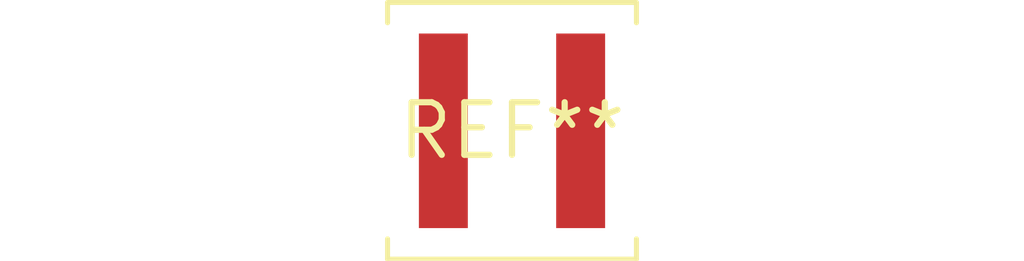
<source format=kicad_pcb>
(kicad_pcb (version 20240108) (generator pcbnew)
  (layers (0 "F.Cu" signal) (31 "B.Cu" signal) (34 "B.Paste" user) (35 "F.Paste" user) (36 "B.SilkS" user "B.Silkscreen") (37 "F.SilkS" user "F.Silkscreen") (38 "B.Mask" user) (39 "F.Mask" user) (44 "Edge.Cuts" user))
  (net 0 "")
  (footprint "L_Coilcraft_XAL5050-XXX" (layer "F.Cu") (at 0 0)
    (property "Reference" "REF**")
    (property "Value" "L_Coilcraft_XAL5050-XXX")
    (fp_line (start -3 -3.1) (end -3 -2.61) (layer "F.SilkS") (stroke (width 0.12)))
    (fp_line (start -3 -3.1) (end 3 -3.1) (layer "F.SilkS") (stroke (width 0.12)))
    (fp_line (start -3 3.1) (end -3 2.61) (layer "F.SilkS") (stroke (width 0.12)))
    (fp_line (start -3 3.1) (end 3 3.1) (layer "F.SilkS") (stroke (width 0.12)))
    (fp_line (start 3 -3.1) (end 3 -2.61) (layer "F.SilkS") (stroke (width 0.12)))
    (fp_line (start 3 3.1) (end 3 2.61) (layer "F.SilkS") (stroke (width 0.12)))
    (pad "1" smd rect (at -1.655 0) (size 1.18 4.7) (layers "F.Cu" "F.Paste" "F.Mask"))
    (pad "2" smd rect (at 1.655 0) (size 1.18 4.7) (layers "F.Cu" "F.Paste" "F.Mask"))
  )
)
</source>
